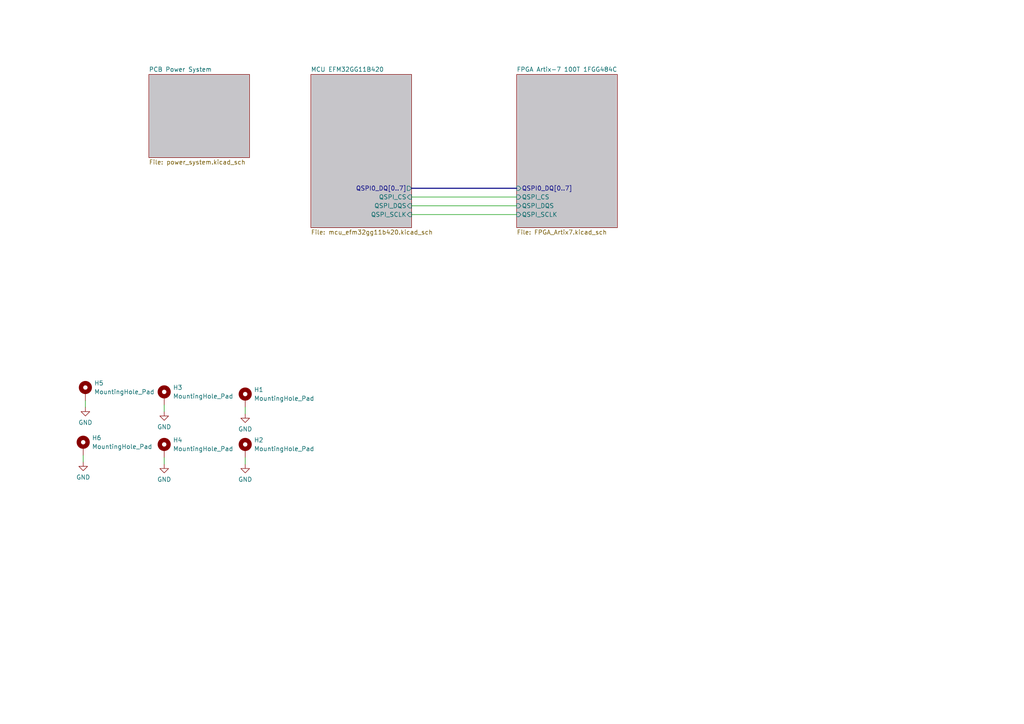
<source format=kicad_sch>
(kicad_sch (version 20230121) (generator eeschema)
  (paper "A4")
  (title_block (title "TripSitter") (date "4/20/2069") (rev "4.2.0") (company "NTNU x Nordic Semiconductor"))
  (lib_symbols
    (symbol "Mechanical:MountingHole_Pad" (pin_numbers hide) (pin_names (offset 1.016) hide)
      (property "Reference" "H" (at 0 6.35 0))
      (property "Value" "MountingHole_Pad" (at 0 4.445 0))
      (symbol "MountingHole_Pad_0_1"
        (circle (center 0 1.27) (radius 1.27) (stroke (width 1.27)))
      )
      (symbol "MountingHole_Pad_1_1"
        (pin input line (at 0 -2.54 90) (length 2.54) (name "1") (number "1"))
      )
    )
    (symbol "power:GND" (power) (pin_names (offset 0))
      (property "Value" "GND" (at 0 -3.81 0))
      (symbol "GND_0_1"
        (polyline (pts (xy 0 0) (xy 0 -1.27) (xy 1.27 -1.27) (xy 0 -2.54) (xy -1.27 -1.27) (xy 0 -1.27)))
      )
      (symbol "GND_1_1"
        (pin power_in line (at 0 0 270) (length 0) hide (name "GND") (number "1"))
      )
    )
  )
  (wire (pts (xy 24.765 118.11) (xy 24.765 116.205)))
  (wire (pts (xy 71.12 120.015) (xy 71.12 118.11)))
  (wire (pts (xy 119.38 57.15) (xy 149.86 57.15)))
  (wire (pts (xy 24.13 133.985) (xy 24.13 132.08)))
  (wire (pts (xy 47.625 119.38) (xy 47.625 117.475)))
  (wire (pts (xy 119.38 59.69) (xy 149.86 59.69)))
  (wire (pts (xy 71.12 134.62) (xy 71.12 132.715)))
  (bus (pts (xy 119.38 54.61) (xy 149.86 54.61)))
  (wire (pts (xy 47.625 134.62) (xy 47.625 132.715)))
  (wire (pts (xy 119.38 62.23) (xy 149.86 62.23)))
  (symbol (lib_id "Mechanical:MountingHole_Pad") (at 47.625 114.935 0) (unit 1)
    (property "Reference" "H3" (at 50.165 112.395 0) (effects (justify left)))
    (property "Value" "MountingHole_Pad" (at 50.165 114.935 0) (effects (justify left)))
    (property "Footprint" "MountingHole:MountingHole_4.3mm_M4_Pad_Via" (effects hide))
  )
  (symbol (lib_id "power:GND") (at 71.12 120.015 0) (unit 1)
    (property "Reference" "#PWR094" (effects hide))
    (property "Value" "GND" (at 71.12 124.46 0))
  )
  (symbol (lib_id "power:GND") (at 47.625 119.38 0) (unit 1)
    (property "Reference" "#PWR095" (effects hide))
    (property "Value" "GND" (at 47.625 123.825 0))
  )
  (symbol (lib_id "power:GND") (at 24.13 133.985 0) (unit 1)
    (property "Reference" "#PWR098" (effects hide))
    (property "Value" "GND" (at 24.13 138.43 0))
  )
  (symbol (lib_id "Mechanical:MountingHole_Pad") (at 24.13 129.54 0) (unit 1)
    (property "Reference" "H6" (at 26.67 127 0) (effects (justify left)))
    (property "Value" "MountingHole_Pad" (at 26.67 129.54 0) (effects (justify left)))
    (property "Footprint" "MountingHole:MountingHole_4.3mm_M4_Pad_Via" (effects hide))
  )
  (symbol (lib_id "power:GND") (at 71.12 134.62 0) (unit 1)
    (property "Reference" "#PWR093" (effects hide))
    (property "Value" "GND" (at 71.12 139.065 0))
  )
  (symbol (lib_id "power:GND") (at 24.765 118.11 0) (unit 1)
    (property "Reference" "#PWR097" (effects hide))
    (property "Value" "GND" (at 24.765 122.555 0))
  )
  (symbol (lib_id "power:GND") (at 47.625 134.62 0) (unit 1)
    (property "Reference" "#PWR096" (effects hide))
    (property "Value" "GND" (at 47.625 139.065 0))
  )
  (symbol (lib_id "Mechanical:MountingHole_Pad") (at 71.12 130.175 0) (unit 1)
    (property "Reference" "H2" (at 73.66 127.635 0) (effects (justify left)))
    (property "Value" "MountingHole_Pad" (at 73.66 130.175 0) (effects (justify left)))
    (property "Footprint" "MountingHole:MountingHole_4.3mm_M4_Pad_Via" (effects hide))
  )
  (symbol (lib_id "Mechanical:MountingHole_Pad") (at 24.765 113.665 0) (unit 1)
    (property "Reference" "H5" (at 27.305 111.125 0) (effects (justify left)))
    (property "Value" "MountingHole_Pad" (at 27.305 113.665 0) (effects (justify left)))
    (property "Footprint" "MountingHole:MountingHole_4.3mm_M4_Pad_Via" (effects hide))
  )
  (symbol (lib_id "Mechanical:MountingHole_Pad") (at 47.625 130.175 0) (unit 1)
    (property "Reference" "H4" (at 50.165 127.635 0) (effects (justify left)))
    (property "Value" "MountingHole_Pad" (at 50.165 130.175 0) (effects (justify left)))
    (property "Footprint" "MountingHole:MountingHole_4.3mm_M4_Pad_Via" (effects hide))
  )
  (symbol (lib_id "Mechanical:MountingHole_Pad") (at 71.12 115.57 0) (unit 1)
    (property "Reference" "H1" (at 73.66 113.03 0) (effects (justify left)))
    (property "Value" "MountingHole_Pad" (at 73.66 115.57 0) (effects (justify left)))
    (property "Footprint" "MountingHole:MountingHole_4.3mm_M4_Pad_Via" (effects hide))
  )
  (sheet (at 149.86 21.59) (size 29.21 44.45) (stroke (width 0.1524)) (fill (color 198 197 201 1.0000))
    (property "Sheetname" "FPGA Artix-7 100T 1FGG484C" (at 149.86 20.8784 0) (effects (justify left bottom)))
    (property "Sheetfile" "FPGA_Artix7.kicad_sch" (at 149.86 66.6246 0) (effects (justify left top)))
    (pin "QSPI_CS" input (at 149.86 57.15 180))
    (pin "QSPI_DQS" input (at 149.86 59.69 180))
    (pin "QSPI_SCLK" input (at 149.86 62.23 180))
    (pin "QSPI0_DQ[0..7]" input (at 149.86 54.61 180))
  )
  (sheet (at 90.17 21.59) (size 29.21 44.45) (stroke (width 0.1524)) (fill (color 198 197 201 1.0000))
    (property "Sheetname" "MCU EFM32GG11B420" (at 90.17 20.8784 0) (effects (justify left bottom)))
    (property "Sheetfile" "mcu_efm32gg11b420.kicad_sch" (at 90.17 66.6246 0) (effects (justify left top)))
    (pin "QSPI0_DQ[0..7]" output (at 119.38 54.61 0))
    (pin "QSPI_CS" input (at 119.38 57.15 0))
    (pin "QSPI_DQS" input (at 119.38 59.69 0))
    (pin "QSPI_SCLK" input (at 119.38 62.23 0))
  )
  (sheet (at 43.18 21.59) (size 29.21 24.13) (stroke (width 0.1524)) (fill (color 198 197 201 1.0000))
    (property "Sheetname" "PCB Power System" (at 43.18 20.8784 0) (effects (justify left bottom)))
    (property "Sheetfile" "power_system.kicad_sch" (at 43.18 46.3046 0) (effects (justify left top)))
  )
)
</source>
